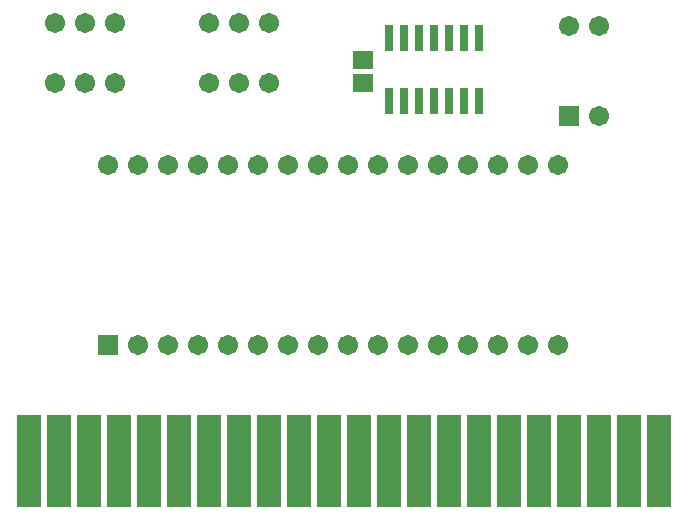
<source format=gts>
G04 DipTrace 3.0.0.2*
G04 C64cart.GTS*
%MOMM*%
G04 #@! TF.FileFunction,Soldermask,Top*
G04 #@! TF.Part,Single*
%ADD27R,2.114X7.824*%
%ADD29R,1.704X1.504*%
%ADD31C,1.704*%
%ADD33R,0.804X2.204*%
%ADD35C,1.704*%
%ADD37R,1.704X1.704*%
%FSLAX35Y35*%
G04*
G71*
G90*
G75*
G01*
G04 TopMask*
%LPD*%
D37*
X1889800Y2461300D3*
D35*
X2143800D3*
X2397800D3*
X2651800D3*
X2905800D3*
X3159800D3*
X3413800D3*
X3667800D3*
X3921800D3*
X4175800D3*
X4429800D3*
X4683800D3*
X4937800D3*
X5191800D3*
X5445800D3*
X5699800D3*
Y3985300D3*
X5445800D3*
X5191800D3*
X4937800D3*
X4683800D3*
X4429800D3*
X4175800D3*
X3921800D3*
X3667800D3*
X3413800D3*
X3159800D3*
X2905800D3*
X2651800D3*
X2397800D3*
X2143800D3*
X1889800D3*
D33*
X4271050Y4525050D3*
X4398050D3*
X4525050D3*
X4652050D3*
X4779050D3*
X4906050D3*
X5033050D3*
Y5065050D3*
X4906050D3*
X4779050D3*
X4652050D3*
X4525050D3*
X4398050D3*
X4271050D3*
D31*
X1445300Y4683800D3*
Y5191800D3*
X1699300Y4683800D3*
Y5191800D3*
X1953300Y4683800D3*
Y5191800D3*
X2747050Y4683800D3*
Y5191800D3*
X3001050Y4683800D3*
Y5191800D3*
X3255050Y4683800D3*
Y5191800D3*
D29*
X4048800Y4874300D3*
Y4684300D3*
D27*
X1223050Y1477050D3*
X1477050D3*
X1731050D3*
X1985050D3*
X2239050D3*
X2493050D3*
X2747050D3*
X3001050D3*
X3255050D3*
X3509050D3*
X3763050D3*
X4017050D3*
X4271050D3*
X4525050D3*
X4779050D3*
X5033050D3*
X5287050D3*
X5541050D3*
X5795050D3*
X6049050D3*
X6303050D3*
X6557050D3*
D37*
X5795050Y4398050D3*
D31*
X6049050D3*
Y5160050D3*
X5795050D3*
M02*

</source>
